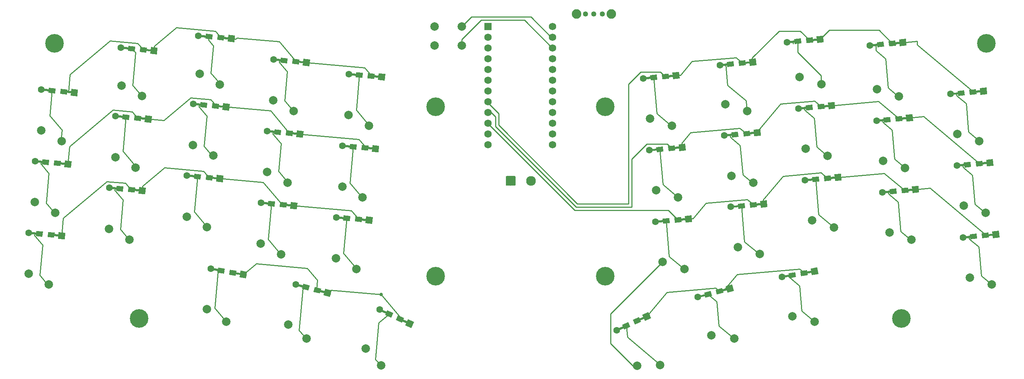
<source format=gbl>
G04 #@! TF.GenerationSoftware,KiCad,Pcbnew,(5.1.4-0)*
G04 #@! TF.CreationDate,2020-10-31T16:51:09+08:00*
G04 #@! TF.ProjectId,ahokore,61686f6b-6f72-4652-9e6b-696361645f70,rev?*
G04 #@! TF.SameCoordinates,Original*
G04 #@! TF.FileFunction,Copper,L2,Bot*
G04 #@! TF.FilePolarity,Positive*
%FSLAX46Y46*%
G04 Gerber Fmt 4.6, Leading zero omitted, Abs format (unit mm)*
G04 Created by KiCad (PCBNEW (5.1.4-0)) date 2020-10-31 16:51:09*
%MOMM*%
%LPD*%
G04 APERTURE LIST*
%ADD10C,4.400000*%
%ADD11C,2.000000*%
%ADD12C,1.600000*%
%ADD13C,0.100000*%
%ADD14C,0.500000*%
%ADD15C,1.200000*%
%ADD16C,1.752600*%
%ADD17R,1.752600X1.752600*%
%ADD18C,2.250000*%
%ADD19C,1.250000*%
%ADD20C,2.300000*%
%ADD21C,0.800000*%
%ADD22C,0.250000*%
G04 APERTURE END LIST*
D10*
X-19675000Y70550000D03*
X20325000Y70550000D03*
X20325000Y30550000D03*
X-19675000Y30550000D03*
X90325000Y20550000D03*
X-89675000Y20550000D03*
X-109675000Y85550000D03*
X110325000Y85550000D03*
D11*
X84523266Y74704606D03*
X89687267Y73048376D03*
D12*
X112605576Y40370072D03*
D13*
G36*
X111878345Y39503392D02*
G01*
X111738896Y41097303D01*
X113332807Y41236752D01*
X113472256Y39642841D01*
X111878345Y39503392D01*
X111878345Y39503392D01*
G37*
D12*
X104835258Y39690258D03*
D14*
X111210904Y40248054D03*
D13*
G36*
X109788211Y39872629D02*
G01*
X109744633Y40370727D01*
X112633597Y40623479D01*
X112677175Y40125381D01*
X109788211Y39872629D01*
X109788211Y39872629D01*
G37*
D15*
X110115090Y40152183D03*
D13*
G36*
X109370428Y39484742D02*
G01*
X109265841Y40680175D01*
X110859752Y40819624D01*
X110964339Y39624191D01*
X109370428Y39484742D01*
X109370428Y39484742D01*
G37*
D15*
X107325744Y39908147D03*
D13*
G36*
X106581082Y39240706D02*
G01*
X106476495Y40436139D01*
X108070406Y40575588D01*
X108174993Y39380155D01*
X106581082Y39240706D01*
X106581082Y39240706D01*
G37*
D14*
X106229930Y39812276D03*
D13*
G36*
X104807237Y39436851D02*
G01*
X104763659Y39934949D01*
X107652623Y40187701D01*
X107696201Y39689603D01*
X104807237Y39436851D01*
X104807237Y39436851D01*
G37*
D12*
X111180601Y57333293D03*
D13*
G36*
X110453370Y56466613D02*
G01*
X110313921Y58060524D01*
X111907832Y58199973D01*
X112047281Y56606062D01*
X110453370Y56466613D01*
X110453370Y56466613D01*
G37*
D12*
X103410283Y56653479D03*
D14*
X109785929Y57211275D03*
D13*
G36*
X108363236Y56835850D02*
G01*
X108319658Y57333948D01*
X111208622Y57586700D01*
X111252200Y57088602D01*
X108363236Y56835850D01*
X108363236Y56835850D01*
G37*
D15*
X108690115Y57115404D03*
D13*
G36*
X107945453Y56447963D02*
G01*
X107840866Y57643396D01*
X109434777Y57782845D01*
X109539364Y56587412D01*
X107945453Y56447963D01*
X107945453Y56447963D01*
G37*
D15*
X105900769Y56871368D03*
D13*
G36*
X105156107Y56203927D02*
G01*
X105051520Y57399360D01*
X106645431Y57538809D01*
X106750018Y56343376D01*
X105156107Y56203927D01*
X105156107Y56203927D01*
G37*
D14*
X104804955Y56775497D03*
D13*
G36*
X103382262Y56400072D02*
G01*
X103338684Y56898170D01*
X106227648Y57150922D01*
X106271226Y56652824D01*
X103382262Y56400072D01*
X103382262Y56400072D01*
G37*
D12*
X109670588Y74251683D03*
D13*
G36*
X108943357Y73385003D02*
G01*
X108803908Y74978914D01*
X110397819Y75118363D01*
X110537268Y73524452D01*
X108943357Y73385003D01*
X108943357Y73385003D01*
G37*
D12*
X101900270Y73571869D03*
D14*
X108275916Y74129665D03*
D13*
G36*
X106853223Y73754240D02*
G01*
X106809645Y74252338D01*
X109698609Y74505090D01*
X109742187Y74006992D01*
X106853223Y73754240D01*
X106853223Y73754240D01*
G37*
D15*
X107180102Y74033794D03*
D13*
G36*
X106435440Y73366353D02*
G01*
X106330853Y74561786D01*
X107924764Y74701235D01*
X108029351Y73505802D01*
X106435440Y73366353D01*
X106435440Y73366353D01*
G37*
D15*
X104390756Y73789758D03*
D13*
G36*
X103646094Y73122317D02*
G01*
X103541507Y74317750D01*
X105135418Y74457199D01*
X105240005Y73261766D01*
X103646094Y73122317D01*
X103646094Y73122317D01*
G37*
D14*
X103294942Y73693887D03*
D13*
G36*
X101872249Y73318462D02*
G01*
X101828671Y73816560D01*
X104717635Y74069312D01*
X104761213Y73571214D01*
X101872249Y73318462D01*
X101872249Y73318462D01*
G37*
D11*
X106484416Y30214351D03*
X111648417Y28558121D03*
X105002334Y47154640D03*
X110166335Y45498410D03*
X32409113Y50791563D03*
X37573114Y49135333D03*
X-59496809Y55118746D03*
X-54698863Y52590958D03*
X-77003865Y61539017D03*
X-72205919Y59011229D03*
X-95324955Y58654830D03*
X-90527009Y56127042D03*
X-114322374Y48040172D03*
X-109524428Y45512384D03*
X103520685Y64089953D03*
X108684686Y62433723D03*
X66203050Y77578832D03*
X71367051Y75922602D03*
X48695119Y71168522D03*
X53859120Y69512292D03*
X-40247509Y68612406D03*
X-35449563Y66084618D03*
X-58015161Y72054055D03*
X-53217215Y69526267D03*
X-75443089Y78344365D03*
X-70645143Y75816577D03*
X-93843307Y75590140D03*
X-89045361Y73062352D03*
X-112840727Y64975483D03*
X-108042781Y62447695D03*
D12*
X69762659Y31673384D03*
D13*
G36*
X69113731Y30746619D02*
G01*
X68835894Y32322312D01*
X70411587Y32600149D01*
X70689424Y31024456D01*
X69113731Y30746619D01*
X69113731Y30746619D01*
G37*
D12*
X62081159Y30318928D03*
D14*
X68383928Y31430276D03*
D13*
G36*
X66999369Y30932284D02*
G01*
X66912545Y31424688D01*
X69768487Y31928268D01*
X69855311Y31435864D01*
X66999369Y30932284D01*
X66999369Y30932284D01*
G37*
D15*
X67300640Y31239263D03*
D13*
G36*
X66616983Y30509460D02*
G01*
X66408605Y31691229D01*
X67984297Y31969066D01*
X68192675Y30787297D01*
X66616983Y30509460D01*
X66616983Y30509460D01*
G37*
D15*
X64543178Y30753049D03*
D13*
G36*
X63859521Y30023246D02*
G01*
X63651143Y31205015D01*
X65226835Y31482852D01*
X65435213Y30301083D01*
X63859521Y30023246D01*
X63859521Y30023246D01*
G37*
D14*
X63459890Y30562036D03*
D13*
G36*
X62075331Y30064044D02*
G01*
X61988507Y30556448D01*
X64844449Y31060028D01*
X64931273Y30567624D01*
X62075331Y30064044D01*
X62075331Y30064044D01*
G37*
D12*
X49754336Y27595015D03*
D13*
G36*
X49188651Y26615219D02*
G01*
X48774540Y28160700D01*
X50320021Y28574811D01*
X50734132Y27029330D01*
X49188651Y26615219D01*
X49188651Y26615219D01*
G37*
D12*
X42220114Y25576227D03*
D14*
X48402040Y27232669D03*
D13*
G36*
X47066152Y26615900D02*
G01*
X46936743Y27098863D01*
X49737928Y27849438D01*
X49867337Y27366475D01*
X47066152Y26615900D01*
X47066152Y26615900D01*
G37*
D15*
X47339521Y26947968D03*
D13*
G36*
X46722072Y26161357D02*
G01*
X46411489Y27320468D01*
X47956970Y27734579D01*
X48267553Y26575468D01*
X46722072Y26161357D01*
X46722072Y26161357D01*
G37*
D15*
X44634929Y26223274D03*
D13*
G36*
X44017480Y25436663D02*
G01*
X43706897Y26595774D01*
X45252378Y27009885D01*
X45562961Y25850774D01*
X44017480Y25436663D01*
X44017480Y25436663D01*
G37*
D14*
X43572410Y25938573D03*
D13*
G36*
X42236522Y25321804D02*
G01*
X42107113Y25804767D01*
X44908298Y26555342D01*
X45037707Y26072379D01*
X42236522Y25321804D01*
X42236522Y25321804D01*
G37*
D12*
X30136698Y20993322D03*
D13*
G36*
X29749746Y19930181D02*
G01*
X29073557Y21380274D01*
X30523650Y22056463D01*
X31199839Y20606370D01*
X29749746Y19930181D01*
X29749746Y19930181D01*
G37*
D12*
X23067498Y17696900D03*
D14*
X28867867Y20401657D03*
D13*
G36*
X27659375Y19562284D02*
G01*
X27448066Y20015437D01*
X30076359Y21241030D01*
X30287668Y20787877D01*
X27659375Y19562284D01*
X27659375Y19562284D01*
G37*
D15*
X27870929Y19936777D03*
D13*
G36*
X27399454Y19054898D02*
G01*
X26892312Y20142467D01*
X28342404Y20818656D01*
X28849546Y19731087D01*
X27399454Y19054898D01*
X27399454Y19054898D01*
G37*
D15*
X25333267Y18753445D03*
D13*
G36*
X24861792Y17871566D02*
G01*
X24354650Y18959135D01*
X25804742Y19635324D01*
X26311884Y18547755D01*
X24861792Y17871566D01*
X24861792Y17871566D01*
G37*
D14*
X24336329Y18288565D03*
D13*
G36*
X23127837Y17449192D02*
G01*
X22916528Y17902345D01*
X25544821Y19127938D01*
X25756130Y18674785D01*
X23127837Y17449192D01*
X23127837Y17449192D01*
G37*
D12*
X-25862333Y19324532D03*
D13*
G36*
X-26925474Y18937580D02*
G01*
X-26249285Y20387673D01*
X-24799192Y19711484D01*
X-25475381Y18261391D01*
X-26925474Y18937580D01*
X-26925474Y18937580D01*
G37*
D12*
X-32931533Y22620954D03*
D14*
X-27131164Y19916197D03*
D13*
G36*
X-28550965Y20302417D02*
G01*
X-28339656Y20755570D01*
X-25711363Y19529977D01*
X-25922672Y19076824D01*
X-28550965Y20302417D01*
X-28550965Y20302417D01*
G37*
D15*
X-28128102Y20381077D03*
D13*
G36*
X-29106719Y20175387D02*
G01*
X-28599577Y21262956D01*
X-27149485Y20586767D01*
X-27656627Y19499198D01*
X-29106719Y20175387D01*
X-29106719Y20175387D01*
G37*
D15*
X-30665764Y21564409D03*
D13*
G36*
X-31644381Y21358719D02*
G01*
X-31137239Y22446288D01*
X-29687147Y21770099D01*
X-30194289Y20682530D01*
X-31644381Y21358719D01*
X-31644381Y21358719D01*
G37*
D14*
X-31662702Y22029289D03*
D13*
G36*
X-33082503Y22415509D02*
G01*
X-32871194Y22868662D01*
X-30242901Y21643069D01*
X-30454210Y21189916D01*
X-33082503Y22415509D01*
X-33082503Y22415509D01*
G37*
D12*
X-45206618Y26548695D03*
D13*
G36*
X-46186414Y25983010D02*
G01*
X-45772303Y27528491D01*
X-44226822Y27114380D01*
X-44640933Y25568899D01*
X-46186414Y25983010D01*
X-46186414Y25983010D01*
G37*
D12*
X-52740840Y28567483D03*
D14*
X-46558914Y26911041D03*
D13*
G36*
X-48024211Y27044847D02*
G01*
X-47894802Y27527810D01*
X-45093617Y26777235D01*
X-45223026Y26294272D01*
X-48024211Y27044847D01*
X-48024211Y27044847D01*
G37*
D15*
X-47621433Y27195742D03*
D13*
G36*
X-48549465Y26823242D02*
G01*
X-48238882Y27982353D01*
X-46693401Y27568242D01*
X-47003984Y26409131D01*
X-48549465Y26823242D01*
X-48549465Y26823242D01*
G37*
D15*
X-50326025Y27920436D03*
D13*
G36*
X-51254057Y27547936D02*
G01*
X-50943474Y28707047D01*
X-49397993Y28292936D01*
X-49708576Y27133825D01*
X-51254057Y27547936D01*
X-51254057Y27547936D01*
G37*
D14*
X-51388544Y28205137D03*
D13*
G36*
X-52853841Y28338943D02*
G01*
X-52724432Y28821906D01*
X-49923247Y28071331D01*
X-50052656Y27588368D01*
X-52853841Y28338943D01*
X-52853841Y28338943D01*
G37*
D12*
X-65116683Y30900016D03*
D13*
G36*
X-66043448Y30251088D02*
G01*
X-65765611Y31826781D01*
X-64189918Y31548944D01*
X-64467755Y29973251D01*
X-66043448Y30251088D01*
X-66043448Y30251088D01*
G37*
D12*
X-72798183Y32254472D03*
D14*
X-66495414Y31143124D03*
D13*
G36*
X-67966797Y31148712D02*
G01*
X-67879973Y31641116D01*
X-65024031Y31137536D01*
X-65110855Y30645132D01*
X-67966797Y31148712D01*
X-67966797Y31148712D01*
G37*
D15*
X-67578702Y31334137D03*
D13*
G36*
X-68470737Y30882171D02*
G01*
X-68262359Y32063940D01*
X-66686667Y31786103D01*
X-66895045Y30604334D01*
X-68470737Y30882171D01*
X-68470737Y30882171D01*
G37*
D15*
X-70336164Y31820351D03*
D13*
G36*
X-71228199Y31368385D02*
G01*
X-71019821Y32550154D01*
X-69444129Y32272317D01*
X-69652507Y31090548D01*
X-71228199Y31368385D01*
X-71228199Y31368385D01*
G37*
D14*
X-71419452Y32011364D03*
D13*
G36*
X-72890835Y32016952D02*
G01*
X-72804011Y32509356D01*
X-69948069Y32005776D01*
X-70034893Y31513372D01*
X-72890835Y32016952D01*
X-72890835Y32016952D01*
G37*
D12*
X93605089Y51010684D03*
D13*
G36*
X92877858Y50144004D02*
G01*
X92738409Y51737915D01*
X94332320Y51877364D01*
X94471769Y50283453D01*
X92877858Y50144004D01*
X92877858Y50144004D01*
G37*
D12*
X85834771Y50330870D03*
D14*
X92210417Y50888666D03*
D13*
G36*
X90787724Y50513241D02*
G01*
X90744146Y51011339D01*
X93633110Y51264091D01*
X93676688Y50765993D01*
X90787724Y50513241D01*
X90787724Y50513241D01*
G37*
D15*
X91114603Y50792795D03*
D13*
G36*
X90369941Y50125354D02*
G01*
X90265354Y51320787D01*
X91859265Y51460236D01*
X91963852Y50264803D01*
X90369941Y50125354D01*
X90369941Y50125354D01*
G37*
D15*
X88325257Y50548759D03*
D13*
G36*
X87580595Y49881318D02*
G01*
X87476008Y51076751D01*
X89069919Y51216200D01*
X89174506Y50020767D01*
X87580595Y49881318D01*
X87580595Y49881318D01*
G37*
D14*
X87229443Y50452888D03*
D13*
G36*
X85806750Y50077463D02*
G01*
X85763172Y50575561D01*
X88652136Y50828313D01*
X88695714Y50330215D01*
X85806750Y50077463D01*
X85806750Y50077463D01*
G37*
D12*
X75319416Y53873165D03*
D13*
G36*
X74592185Y53006485D02*
G01*
X74452736Y54600396D01*
X76046647Y54739845D01*
X76186096Y53145934D01*
X74592185Y53006485D01*
X74592185Y53006485D01*
G37*
D12*
X67549098Y53193351D03*
D14*
X73924744Y53751147D03*
D13*
G36*
X72502051Y53375722D02*
G01*
X72458473Y53873820D01*
X75347437Y54126572D01*
X75391015Y53628474D01*
X72502051Y53375722D01*
X72502051Y53375722D01*
G37*
D15*
X72828930Y53655276D03*
D13*
G36*
X72084268Y52987835D02*
G01*
X71979681Y54183268D01*
X73573592Y54322717D01*
X73678179Y53127284D01*
X72084268Y52987835D01*
X72084268Y52987835D01*
G37*
D15*
X70039584Y53411240D03*
D13*
G36*
X69294922Y52743799D02*
G01*
X69190335Y53939232D01*
X70784246Y54078681D01*
X70888833Y52883248D01*
X69294922Y52743799D01*
X69294922Y52743799D01*
G37*
D14*
X68943770Y53315369D03*
D13*
G36*
X67521077Y52939944D02*
G01*
X67477499Y53438042D01*
X70366463Y53690794D01*
X70410041Y53192696D01*
X67521077Y52939944D01*
X67521077Y52939944D01*
G37*
D12*
X57788761Y47576701D03*
D13*
G36*
X57061530Y46710021D02*
G01*
X56922081Y48303932D01*
X58515992Y48443381D01*
X58655441Y46849470D01*
X57061530Y46710021D01*
X57061530Y46710021D01*
G37*
D12*
X50018443Y46896887D03*
D14*
X56394089Y47454683D03*
D13*
G36*
X54971396Y47079258D02*
G01*
X54927818Y47577356D01*
X57816782Y47830108D01*
X57860360Y47332010D01*
X54971396Y47079258D01*
X54971396Y47079258D01*
G37*
D15*
X55298275Y47358812D03*
D13*
G36*
X54553613Y46691371D02*
G01*
X54449026Y47886804D01*
X56042937Y48026253D01*
X56147524Y46830820D01*
X54553613Y46691371D01*
X54553613Y46691371D01*
G37*
D15*
X52508929Y47114776D03*
D13*
G36*
X51764267Y46447335D02*
G01*
X51659680Y47642768D01*
X53253591Y47782217D01*
X53358178Y46586784D01*
X51764267Y46447335D01*
X51764267Y46447335D01*
G37*
D14*
X51413115Y47018905D03*
D13*
G36*
X49990422Y46643480D02*
G01*
X49946844Y47141578D01*
X52835808Y47394330D01*
X52879386Y46896232D01*
X49990422Y46643480D01*
X49990422Y46643480D01*
G37*
D12*
X40011089Y44048089D03*
D13*
G36*
X39283858Y43181409D02*
G01*
X39144409Y44775320D01*
X40738320Y44914769D01*
X40877769Y43320858D01*
X39283858Y43181409D01*
X39283858Y43181409D01*
G37*
D12*
X32240771Y43368275D03*
D14*
X38616417Y43926071D03*
D13*
G36*
X37193724Y43550646D02*
G01*
X37150146Y44048744D01*
X40039110Y44301496D01*
X40082688Y43803398D01*
X37193724Y43550646D01*
X37193724Y43550646D01*
G37*
D15*
X37520603Y43830200D03*
D13*
G36*
X36775941Y43162759D02*
G01*
X36671354Y44358192D01*
X38265265Y44497641D01*
X38369852Y43302208D01*
X36775941Y43162759D01*
X36775941Y43162759D01*
G37*
D15*
X34731257Y43586164D03*
D13*
G36*
X33986595Y42918723D02*
G01*
X33882008Y44114156D01*
X35475919Y44253605D01*
X35580506Y43058172D01*
X33986595Y42918723D01*
X33986595Y42918723D01*
G37*
D14*
X33635443Y43490293D03*
D13*
G36*
X32212750Y43114868D02*
G01*
X32169172Y43612966D01*
X35058136Y43865718D01*
X35101714Y43367620D01*
X32212750Y43114868D01*
X32212750Y43114868D01*
G37*
D12*
X-35415446Y43741854D03*
D13*
G36*
X-36282126Y43014623D02*
G01*
X-36142677Y44608534D01*
X-34548766Y44469085D01*
X-34688215Y42875174D01*
X-36282126Y43014623D01*
X-36282126Y43014623D01*
G37*
D12*
X-43185764Y44421668D03*
D14*
X-36810118Y43863872D03*
D13*
G36*
X-38276389Y43741199D02*
G01*
X-38232811Y44239297D01*
X-35343847Y43986545D01*
X-35387425Y43488447D01*
X-38276389Y43741199D01*
X-38276389Y43741199D01*
G37*
D15*
X-37905932Y43959743D03*
D13*
G36*
X-38755181Y43431751D02*
G01*
X-38650594Y44627184D01*
X-37056683Y44487735D01*
X-37161270Y43292302D01*
X-38755181Y43431751D01*
X-38755181Y43431751D01*
G37*
D15*
X-40695278Y44203779D03*
D13*
G36*
X-41544527Y43675787D02*
G01*
X-41439940Y44871220D01*
X-39846029Y44731771D01*
X-39950616Y43536338D01*
X-41544527Y43675787D01*
X-41544527Y43675787D01*
G37*
D14*
X-41791092Y44299650D03*
D13*
G36*
X-43257363Y44176977D02*
G01*
X-43213785Y44675075D01*
X-40324821Y44422323D01*
X-40368399Y43924225D01*
X-43257363Y44176977D01*
X-43257363Y44176977D01*
G37*
D12*
X-53197774Y47175835D03*
D13*
G36*
X-54064454Y46448604D02*
G01*
X-53925005Y48042515D01*
X-52331094Y47903066D01*
X-52470543Y46309155D01*
X-54064454Y46448604D01*
X-54064454Y46448604D01*
G37*
D12*
X-60968092Y47855649D03*
D14*
X-54592446Y47297853D03*
D13*
G36*
X-56058717Y47175180D02*
G01*
X-56015139Y47673278D01*
X-53126175Y47420526D01*
X-53169753Y46922428D01*
X-56058717Y47175180D01*
X-56058717Y47175180D01*
G37*
D15*
X-55688260Y47393724D03*
D13*
G36*
X-56537509Y46865732D02*
G01*
X-56432922Y48061165D01*
X-54839011Y47921716D01*
X-54943598Y46726283D01*
X-56537509Y46865732D01*
X-56537509Y46865732D01*
G37*
D15*
X-58477606Y47637760D03*
D13*
G36*
X-59326855Y47109768D02*
G01*
X-59222268Y48305201D01*
X-57628357Y48165752D01*
X-57732944Y46970319D01*
X-59326855Y47109768D01*
X-59326855Y47109768D01*
G37*
D14*
X-59573420Y47733631D03*
D13*
G36*
X-61039691Y47610958D02*
G01*
X-60996113Y48109056D01*
X-58107149Y47856304D01*
X-58150727Y47358206D01*
X-61039691Y47610958D01*
X-61039691Y47610958D01*
G37*
D12*
X-70657946Y53584354D03*
D13*
G36*
X-71524626Y52857123D02*
G01*
X-71385177Y54451034D01*
X-69791266Y54311585D01*
X-69930715Y52717674D01*
X-71524626Y52857123D01*
X-71524626Y52857123D01*
G37*
D12*
X-78428264Y54264168D03*
D14*
X-72052618Y53706372D03*
D13*
G36*
X-73518889Y53583699D02*
G01*
X-73475311Y54081797D01*
X-70586347Y53829045D01*
X-70629925Y53330947D01*
X-73518889Y53583699D01*
X-73518889Y53583699D01*
G37*
D15*
X-73148432Y53802243D03*
D13*
G36*
X-73997681Y53274251D02*
G01*
X-73893094Y54469684D01*
X-72299183Y54330235D01*
X-72403770Y53134802D01*
X-73997681Y53274251D01*
X-73997681Y53274251D01*
G37*
D15*
X-75937778Y54046279D03*
D13*
G36*
X-76787027Y53518287D02*
G01*
X-76682440Y54713720D01*
X-75088529Y54574271D01*
X-75193116Y53378838D01*
X-76787027Y53518287D01*
X-76787027Y53518287D01*
G37*
D14*
X-77033592Y54142150D03*
D13*
G36*
X-78499863Y54019477D02*
G01*
X-78456285Y54517575D01*
X-75567321Y54264823D01*
X-75610899Y53766725D01*
X-78499863Y54019477D01*
X-78499863Y54019477D01*
G37*
D12*
X-89011773Y50731836D03*
D13*
G36*
X-89878453Y50004605D02*
G01*
X-89739004Y51598516D01*
X-88145093Y51459067D01*
X-88284542Y49865156D01*
X-89878453Y50004605D01*
X-89878453Y50004605D01*
G37*
D12*
X-96782091Y51411650D03*
D14*
X-90406445Y50853854D03*
D13*
G36*
X-91872716Y50731181D02*
G01*
X-91829138Y51229279D01*
X-88940174Y50976527D01*
X-88983752Y50478429D01*
X-91872716Y50731181D01*
X-91872716Y50731181D01*
G37*
D15*
X-91502259Y50949725D03*
D13*
G36*
X-92351508Y50421733D02*
G01*
X-92246921Y51617166D01*
X-90653010Y51477717D01*
X-90757597Y50282284D01*
X-92351508Y50421733D01*
X-92351508Y50421733D01*
G37*
D15*
X-94291605Y51193761D03*
D13*
G36*
X-95140854Y50665769D02*
G01*
X-95036267Y51861202D01*
X-93442356Y51721753D01*
X-93546943Y50526320D01*
X-95140854Y50665769D01*
X-95140854Y50665769D01*
G37*
D14*
X-95387419Y51289632D03*
D13*
G36*
X-96853690Y51166959D02*
G01*
X-96810112Y51665057D01*
X-93921148Y51412305D01*
X-93964726Y50914207D01*
X-96853690Y51166959D01*
X-96853690Y51166959D01*
G37*
D12*
X-107998273Y40063836D03*
D13*
G36*
X-108864953Y39336605D02*
G01*
X-108725504Y40930516D01*
X-107131593Y40791067D01*
X-107271042Y39197156D01*
X-108864953Y39336605D01*
X-108864953Y39336605D01*
G37*
D12*
X-115768591Y40743650D03*
D14*
X-109392945Y40185854D03*
D13*
G36*
X-110859216Y40063181D02*
G01*
X-110815638Y40561279D01*
X-107926674Y40308527D01*
X-107970252Y39810429D01*
X-110859216Y40063181D01*
X-110859216Y40063181D01*
G37*
D15*
X-110488759Y40281725D03*
D13*
G36*
X-111338008Y39753733D02*
G01*
X-111233421Y40949166D01*
X-109639510Y40809717D01*
X-109744097Y39614284D01*
X-111338008Y39753733D01*
X-111338008Y39753733D01*
G37*
D15*
X-113278105Y40525761D03*
D13*
G36*
X-114127354Y39997769D02*
G01*
X-114022767Y41193202D01*
X-112428856Y41053753D01*
X-112533443Y39858320D01*
X-114127354Y39997769D01*
X-114127354Y39997769D01*
G37*
D14*
X-114373919Y40621632D03*
D13*
G36*
X-115840190Y40498959D02*
G01*
X-115796612Y40997057D01*
X-112907648Y40744305D01*
X-112951226Y40246207D01*
X-115840190Y40498959D01*
X-115840190Y40498959D01*
G37*
D12*
X92194102Y67937794D03*
D13*
G36*
X91466871Y67071114D02*
G01*
X91327422Y68665025D01*
X92921333Y68804474D01*
X93060782Y67210563D01*
X91466871Y67071114D01*
X91466871Y67071114D01*
G37*
D12*
X84423784Y67257980D03*
D14*
X90799430Y67815776D03*
D13*
G36*
X89376737Y67440351D02*
G01*
X89333159Y67938449D01*
X92222123Y68191201D01*
X92265701Y67693103D01*
X89376737Y67440351D01*
X89376737Y67440351D01*
G37*
D15*
X89703616Y67719905D03*
D13*
G36*
X88958954Y67052464D02*
G01*
X88854367Y68247897D01*
X90448278Y68387346D01*
X90552865Y67191913D01*
X88958954Y67052464D01*
X88958954Y67052464D01*
G37*
D15*
X86914270Y67475869D03*
D13*
G36*
X86169608Y66808428D02*
G01*
X86065021Y68003861D01*
X87658932Y68143310D01*
X87763519Y66947877D01*
X86169608Y66808428D01*
X86169608Y66808428D01*
G37*
D14*
X85818456Y67379998D03*
D13*
G36*
X84395763Y67004573D02*
G01*
X84352185Y67502671D01*
X87241149Y67755423D01*
X87284727Y67257325D01*
X84395763Y67004573D01*
X84395763Y67004573D01*
G37*
D12*
X73793089Y70822683D03*
D13*
G36*
X73065858Y69956003D02*
G01*
X72926409Y71549914D01*
X74520320Y71689363D01*
X74659769Y70095452D01*
X73065858Y69956003D01*
X73065858Y69956003D01*
G37*
D12*
X66022771Y70142869D03*
D14*
X72398417Y70700665D03*
D13*
G36*
X70975724Y70325240D02*
G01*
X70932146Y70823338D01*
X73821110Y71076090D01*
X73864688Y70577992D01*
X70975724Y70325240D01*
X70975724Y70325240D01*
G37*
D15*
X71302603Y70604794D03*
D13*
G36*
X70557941Y69937353D02*
G01*
X70453354Y71132786D01*
X72047265Y71272235D01*
X72151852Y70076802D01*
X70557941Y69937353D01*
X70557941Y69937353D01*
G37*
D15*
X68513257Y70360758D03*
D13*
G36*
X67768595Y69693317D02*
G01*
X67664008Y70888750D01*
X69257919Y71028199D01*
X69362506Y69832766D01*
X67768595Y69693317D01*
X67768595Y69693317D01*
G37*
D14*
X67417443Y70264887D03*
D13*
G36*
X65994750Y69889462D02*
G01*
X65951172Y70387560D01*
X68840136Y70640312D01*
X68883714Y70142214D01*
X65994750Y69889462D01*
X65994750Y69889462D01*
G37*
D12*
X56253102Y64445294D03*
D13*
G36*
X55525871Y63578614D02*
G01*
X55386422Y65172525D01*
X56980333Y65311974D01*
X57119782Y63718063D01*
X55525871Y63578614D01*
X55525871Y63578614D01*
G37*
D12*
X48482784Y63765480D03*
D14*
X54858430Y64323276D03*
D13*
G36*
X53435737Y63947851D02*
G01*
X53392159Y64445949D01*
X56281123Y64698701D01*
X56324701Y64200603D01*
X53435737Y63947851D01*
X53435737Y63947851D01*
G37*
D15*
X53762616Y64227405D03*
D13*
G36*
X53017954Y63559964D02*
G01*
X52913367Y64755397D01*
X54507278Y64894846D01*
X54611865Y63699413D01*
X53017954Y63559964D01*
X53017954Y63559964D01*
G37*
D15*
X50973270Y63983369D03*
D13*
G36*
X50228608Y63315928D02*
G01*
X50124021Y64511361D01*
X51717932Y64650810D01*
X51822519Y63455377D01*
X50228608Y63315928D01*
X50228608Y63315928D01*
G37*
D14*
X49877456Y63887498D03*
D13*
G36*
X48454763Y63512073D02*
G01*
X48411185Y64010171D01*
X51300149Y64262923D01*
X51343727Y63764825D01*
X48454763Y63512073D01*
X48454763Y63512073D01*
G37*
D12*
X38536602Y60952794D03*
D13*
G36*
X37809371Y60086114D02*
G01*
X37669922Y61680025D01*
X39263833Y61819474D01*
X39403282Y60225563D01*
X37809371Y60086114D01*
X37809371Y60086114D01*
G37*
D12*
X30766284Y60272980D03*
D14*
X37141930Y60830776D03*
D13*
G36*
X35719237Y60455351D02*
G01*
X35675659Y60953449D01*
X38564623Y61206201D01*
X38608201Y60708103D01*
X35719237Y60455351D01*
X35719237Y60455351D01*
G37*
D15*
X36046116Y60734905D03*
D13*
G36*
X35301454Y60067464D02*
G01*
X35196867Y61262897D01*
X36790778Y61402346D01*
X36895365Y60206913D01*
X35301454Y60067464D01*
X35301454Y60067464D01*
G37*
D15*
X33256770Y60490869D03*
D13*
G36*
X32512108Y59823428D02*
G01*
X32407521Y61018861D01*
X34001432Y61158310D01*
X34106019Y59962877D01*
X32512108Y59823428D01*
X32512108Y59823428D01*
G37*
D14*
X32160956Y60394998D03*
D13*
G36*
X30738263Y60019573D02*
G01*
X30694685Y60517671D01*
X33583649Y60770423D01*
X33627227Y60272325D01*
X30738263Y60019573D01*
X30738263Y60019573D01*
G37*
D12*
X-33896101Y60642818D03*
D13*
G36*
X-34762781Y59915587D02*
G01*
X-34623332Y61509498D01*
X-33029421Y61370049D01*
X-33168870Y59776138D01*
X-34762781Y59915587D01*
X-34762781Y59915587D01*
G37*
D12*
X-41666419Y61322632D03*
D14*
X-35290773Y60764836D03*
D13*
G36*
X-36757044Y60642163D02*
G01*
X-36713466Y61140261D01*
X-33824502Y60887509D01*
X-33868080Y60389411D01*
X-36757044Y60642163D01*
X-36757044Y60642163D01*
G37*
D15*
X-36386587Y60860707D03*
D13*
G36*
X-37235836Y60332715D02*
G01*
X-37131249Y61528148D01*
X-35537338Y61388699D01*
X-35641925Y60193266D01*
X-37235836Y60332715D01*
X-37235836Y60332715D01*
G37*
D15*
X-39175933Y61104743D03*
D13*
G36*
X-40025182Y60576751D02*
G01*
X-39920595Y61772184D01*
X-38326684Y61632735D01*
X-38431271Y60437302D01*
X-40025182Y60576751D01*
X-40025182Y60576751D01*
G37*
D14*
X-40271747Y61200614D03*
D13*
G36*
X-41738018Y61077941D02*
G01*
X-41694440Y61576039D01*
X-38805476Y61323287D01*
X-38849054Y60825189D01*
X-41738018Y61077941D01*
X-41738018Y61077941D01*
G37*
D12*
X-51723287Y64102947D03*
D13*
G36*
X-52589967Y63375716D02*
G01*
X-52450518Y64969627D01*
X-50856607Y64830178D01*
X-50996056Y63236267D01*
X-52589967Y63375716D01*
X-52589967Y63375716D01*
G37*
D12*
X-59493605Y64782761D03*
D14*
X-53117959Y64224965D03*
D13*
G36*
X-54584230Y64102292D02*
G01*
X-54540652Y64600390D01*
X-51651688Y64347638D01*
X-51695266Y63849540D01*
X-54584230Y64102292D01*
X-54584230Y64102292D01*
G37*
D15*
X-54213773Y64320836D03*
D13*
G36*
X-55063022Y63792844D02*
G01*
X-54958435Y64988277D01*
X-53364524Y64848828D01*
X-53469111Y63653395D01*
X-55063022Y63792844D01*
X-55063022Y63792844D01*
G37*
D15*
X-57003119Y64564872D03*
D13*
G36*
X-57852368Y64036880D02*
G01*
X-57747781Y65232313D01*
X-56153870Y65092864D01*
X-56258457Y63897431D01*
X-57852368Y64036880D01*
X-57852368Y64036880D01*
G37*
D14*
X-58098933Y64660743D03*
D13*
G36*
X-59565204Y64538070D02*
G01*
X-59521626Y65036168D01*
X-56632662Y64783416D01*
X-56676240Y64285318D01*
X-59565204Y64538070D01*
X-59565204Y64538070D01*
G37*
D12*
X-69188115Y70521430D03*
D13*
G36*
X-70054795Y69794199D02*
G01*
X-69915346Y71388110D01*
X-68321435Y71248661D01*
X-68460884Y69654750D01*
X-70054795Y69794199D01*
X-70054795Y69794199D01*
G37*
D12*
X-76958433Y71201244D03*
D14*
X-70582787Y70643448D03*
D13*
G36*
X-72049058Y70520775D02*
G01*
X-72005480Y71018873D01*
X-69116516Y70766121D01*
X-69160094Y70268023D01*
X-72049058Y70520775D01*
X-72049058Y70520775D01*
G37*
D15*
X-71678601Y70739319D03*
D13*
G36*
X-72527850Y70211327D02*
G01*
X-72423263Y71406760D01*
X-70829352Y71267311D01*
X-70933939Y70071878D01*
X-72527850Y70211327D01*
X-72527850Y70211327D01*
G37*
D15*
X-74467947Y70983355D03*
D13*
G36*
X-75317196Y70455363D02*
G01*
X-75212609Y71650796D01*
X-73618698Y71511347D01*
X-73723285Y70315914D01*
X-75317196Y70455363D01*
X-75317196Y70455363D01*
G37*
D14*
X-75563761Y71079226D03*
D13*
G36*
X-77030032Y70956553D02*
G01*
X-76986454Y71454651D01*
X-74097490Y71201899D01*
X-74141068Y70703801D01*
X-77030032Y70956553D01*
X-77030032Y70956553D01*
G37*
D12*
X-87565260Y67650226D03*
D13*
G36*
X-88431940Y66922995D02*
G01*
X-88292491Y68516906D01*
X-86698580Y68377457D01*
X-86838029Y66783546D01*
X-88431940Y66922995D01*
X-88431940Y66922995D01*
G37*
D12*
X-95335578Y68330040D03*
D14*
X-88959932Y67772244D03*
D13*
G36*
X-90426203Y67649571D02*
G01*
X-90382625Y68147669D01*
X-87493661Y67894917D01*
X-87537239Y67396819D01*
X-90426203Y67649571D01*
X-90426203Y67649571D01*
G37*
D15*
X-90055746Y67868115D03*
D13*
G36*
X-90904995Y67340123D02*
G01*
X-90800408Y68535556D01*
X-89206497Y68396107D01*
X-89311084Y67200674D01*
X-90904995Y67340123D01*
X-90904995Y67340123D01*
G37*
D15*
X-92845092Y68112151D03*
D13*
G36*
X-93694341Y67584159D02*
G01*
X-93589754Y68779592D01*
X-91995843Y68640143D01*
X-92100430Y67444710D01*
X-93694341Y67584159D01*
X-93694341Y67584159D01*
G37*
D14*
X-93940906Y68208022D03*
D13*
G36*
X-95407177Y68085349D02*
G01*
X-95363599Y68583447D01*
X-92474635Y68330695D01*
X-92518213Y67832597D01*
X-95407177Y68085349D01*
X-95407177Y68085349D01*
G37*
D12*
X-106526115Y56995929D03*
D13*
G36*
X-107392795Y56268698D02*
G01*
X-107253346Y57862609D01*
X-105659435Y57723160D01*
X-105798884Y56129249D01*
X-107392795Y56268698D01*
X-107392795Y56268698D01*
G37*
D12*
X-114296433Y57675743D03*
D14*
X-107920787Y57117947D03*
D13*
G36*
X-109387058Y56995274D02*
G01*
X-109343480Y57493372D01*
X-106454516Y57240620D01*
X-106498094Y56742522D01*
X-109387058Y56995274D01*
X-109387058Y56995274D01*
G37*
D15*
X-109016601Y57213818D03*
D13*
G36*
X-109865850Y56685826D02*
G01*
X-109761263Y57881259D01*
X-108167352Y57741810D01*
X-108271939Y56546377D01*
X-109865850Y56685826D01*
X-109865850Y56685826D01*
G37*
D15*
X-111805947Y57457854D03*
D13*
G36*
X-112655196Y56929862D02*
G01*
X-112550609Y58125295D01*
X-110956698Y57985846D01*
X-111061285Y56790413D01*
X-112655196Y56929862D01*
X-112655196Y56929862D01*
G37*
D14*
X-112901761Y57553725D03*
D13*
G36*
X-114368032Y57431052D02*
G01*
X-114324454Y57929150D01*
X-111435490Y57676398D01*
X-111479068Y57178300D01*
X-114368032Y57431052D01*
X-114368032Y57431052D01*
G37*
D12*
X90620589Y85739683D03*
D13*
G36*
X89893358Y84873003D02*
G01*
X89753909Y86466914D01*
X91347820Y86606363D01*
X91487269Y85012452D01*
X89893358Y84873003D01*
X89893358Y84873003D01*
G37*
D12*
X82850271Y85059869D03*
D14*
X89225917Y85617665D03*
D13*
G36*
X87803224Y85242240D02*
G01*
X87759646Y85740338D01*
X90648610Y85993090D01*
X90692188Y85494992D01*
X87803224Y85242240D01*
X87803224Y85242240D01*
G37*
D15*
X88130103Y85521794D03*
D13*
G36*
X87385441Y84854353D02*
G01*
X87280854Y86049786D01*
X88874765Y86189235D01*
X88979352Y84993802D01*
X87385441Y84854353D01*
X87385441Y84854353D01*
G37*
D15*
X85340757Y85277758D03*
D13*
G36*
X84596095Y84610317D02*
G01*
X84491508Y85805750D01*
X86085419Y85945199D01*
X86190006Y84749766D01*
X84596095Y84610317D01*
X84596095Y84610317D01*
G37*
D14*
X84244943Y85181887D03*
D13*
G36*
X82822250Y84806462D02*
G01*
X82778672Y85304560D01*
X85667636Y85557312D01*
X85711214Y85059214D01*
X82822250Y84806462D01*
X82822250Y84806462D01*
G37*
D12*
X71080261Y86492200D03*
D13*
G36*
X70353030Y85625520D02*
G01*
X70213581Y87219431D01*
X71807492Y87358880D01*
X71946941Y85764969D01*
X70353030Y85625520D01*
X70353030Y85625520D01*
G37*
D12*
X63309943Y85812386D03*
D14*
X69685589Y86370182D03*
D13*
G36*
X68262896Y85994757D02*
G01*
X68219318Y86492855D01*
X71108282Y86745607D01*
X71151860Y86247509D01*
X68262896Y85994757D01*
X68262896Y85994757D01*
G37*
D15*
X68589775Y86274311D03*
D13*
G36*
X67845113Y85606870D02*
G01*
X67740526Y86802303D01*
X69334437Y86941752D01*
X69439024Y85746319D01*
X67845113Y85606870D01*
X67845113Y85606870D01*
G37*
D15*
X65800429Y86030275D03*
D13*
G36*
X65055767Y85362834D02*
G01*
X64951180Y86558267D01*
X66545091Y86697716D01*
X66649678Y85502283D01*
X65055767Y85362834D01*
X65055767Y85362834D01*
G37*
D14*
X64704615Y85934404D03*
D13*
G36*
X63281922Y85558979D02*
G01*
X63238344Y86057077D01*
X66127308Y86309829D01*
X66170886Y85811731D01*
X63281922Y85558979D01*
X63281922Y85558979D01*
G37*
D12*
X55194808Y81093012D03*
D13*
G36*
X54467577Y80226332D02*
G01*
X54328128Y81820243D01*
X55922039Y81959692D01*
X56061488Y80365781D01*
X54467577Y80226332D01*
X54467577Y80226332D01*
G37*
D12*
X47424490Y80413198D03*
D14*
X53800136Y80970994D03*
D13*
G36*
X52377443Y80595569D02*
G01*
X52333865Y81093667D01*
X55222829Y81346419D01*
X55266407Y80848321D01*
X52377443Y80595569D01*
X52377443Y80595569D01*
G37*
D15*
X52704322Y80875123D03*
D13*
G36*
X51959660Y80207682D02*
G01*
X51855073Y81403115D01*
X53448984Y81542564D01*
X53553571Y80347131D01*
X51959660Y80207682D01*
X51959660Y80207682D01*
G37*
D15*
X49914976Y80631087D03*
D13*
G36*
X49170314Y79963646D02*
G01*
X49065727Y81159079D01*
X50659638Y81298528D01*
X50764225Y80103095D01*
X49170314Y79963646D01*
X49170314Y79963646D01*
G37*
D14*
X48819162Y80535216D03*
D13*
G36*
X47396469Y80159791D02*
G01*
X47352891Y80657889D01*
X50241855Y80910641D01*
X50285433Y80412543D01*
X47396469Y80159791D01*
X47396469Y80159791D01*
G37*
D12*
X37092416Y77939665D03*
D13*
G36*
X36365185Y77072985D02*
G01*
X36225736Y78666896D01*
X37819647Y78806345D01*
X37959096Y77212434D01*
X36365185Y77072985D01*
X36365185Y77072985D01*
G37*
D12*
X29322098Y77259851D03*
D14*
X35697744Y77817647D03*
D13*
G36*
X34275051Y77442222D02*
G01*
X34231473Y77940320D01*
X37120437Y78193072D01*
X37164015Y77694974D01*
X34275051Y77442222D01*
X34275051Y77442222D01*
G37*
D15*
X34601930Y77721776D03*
D13*
G36*
X33857268Y77054335D02*
G01*
X33752681Y78249768D01*
X35346592Y78389217D01*
X35451179Y77193784D01*
X33857268Y77054335D01*
X33857268Y77054335D01*
G37*
D15*
X31812584Y77477740D03*
D13*
G36*
X31067922Y76810299D02*
G01*
X30963335Y78005732D01*
X32557246Y78145181D01*
X32661833Y76949748D01*
X31067922Y76810299D01*
X31067922Y76810299D01*
G37*
D14*
X30716770Y77381869D03*
D13*
G36*
X29294077Y77006444D02*
G01*
X29250499Y77504542D01*
X32139463Y77757294D01*
X32183041Y77259196D01*
X29294077Y77006444D01*
X29294077Y77006444D01*
G37*
D12*
X-32435601Y77597318D03*
D13*
G36*
X-33302281Y76870087D02*
G01*
X-33162832Y78463998D01*
X-31568921Y78324549D01*
X-31708370Y76730638D01*
X-33302281Y76870087D01*
X-33302281Y76870087D01*
G37*
D12*
X-40205919Y78277132D03*
D14*
X-33830273Y77719336D03*
D13*
G36*
X-35296544Y77596663D02*
G01*
X-35252966Y78094761D01*
X-32364002Y77842009D01*
X-32407580Y77343911D01*
X-35296544Y77596663D01*
X-35296544Y77596663D01*
G37*
D15*
X-34926087Y77815207D03*
D13*
G36*
X-35775336Y77287215D02*
G01*
X-35670749Y78482648D01*
X-34076838Y78343199D01*
X-34181425Y77147766D01*
X-35775336Y77287215D01*
X-35775336Y77287215D01*
G37*
D15*
X-37715433Y78059243D03*
D13*
G36*
X-38564682Y77531251D02*
G01*
X-38460095Y78726684D01*
X-36866184Y78587235D01*
X-36970771Y77391802D01*
X-38564682Y77531251D01*
X-38564682Y77531251D01*
G37*
D14*
X-38811247Y78155114D03*
D13*
G36*
X-40277518Y78032441D02*
G01*
X-40233940Y78530539D01*
X-37344976Y78277787D01*
X-37388554Y77779689D01*
X-40277518Y78032441D01*
X-40277518Y78032441D01*
G37*
D12*
X-50210947Y81016354D03*
D13*
G36*
X-51077627Y80289123D02*
G01*
X-50938178Y81883034D01*
X-49344267Y81743585D01*
X-49483716Y80149674D01*
X-51077627Y80289123D01*
X-51077627Y80289123D01*
G37*
D12*
X-57981265Y81696168D03*
D14*
X-51605619Y81138372D03*
D13*
G36*
X-53071890Y81015699D02*
G01*
X-53028312Y81513797D01*
X-50139348Y81261045D01*
X-50182926Y80762947D01*
X-53071890Y81015699D01*
X-53071890Y81015699D01*
G37*
D15*
X-52701433Y81234243D03*
D13*
G36*
X-53550682Y80706251D02*
G01*
X-53446095Y81901684D01*
X-51852184Y81762235D01*
X-51956771Y80566802D01*
X-53550682Y80706251D01*
X-53550682Y80706251D01*
G37*
D15*
X-55490779Y81478279D03*
D13*
G36*
X-56340028Y80950287D02*
G01*
X-56235441Y82145720D01*
X-54641530Y82006271D01*
X-54746117Y80810838D01*
X-56340028Y80950287D01*
X-56340028Y80950287D01*
G37*
D14*
X-56586593Y81574150D03*
D13*
G36*
X-58052864Y81451477D02*
G01*
X-58009286Y81949575D01*
X-55120322Y81696823D01*
X-55163900Y81198725D01*
X-58052864Y81451477D01*
X-58052864Y81451477D01*
G37*
D12*
X-67943615Y86669429D03*
D13*
G36*
X-68810295Y85942198D02*
G01*
X-68670846Y87536109D01*
X-67076935Y87396660D01*
X-67216384Y85802749D01*
X-68810295Y85942198D01*
X-68810295Y85942198D01*
G37*
D12*
X-75713933Y87349243D03*
D14*
X-69338287Y86791447D03*
D13*
G36*
X-70804558Y86668774D02*
G01*
X-70760980Y87166872D01*
X-67872016Y86914120D01*
X-67915594Y86416022D01*
X-70804558Y86668774D01*
X-70804558Y86668774D01*
G37*
D15*
X-70434101Y86887318D03*
D13*
G36*
X-71283350Y86359326D02*
G01*
X-71178763Y87554759D01*
X-69584852Y87415310D01*
X-69689439Y86219877D01*
X-71283350Y86359326D01*
X-71283350Y86359326D01*
G37*
D15*
X-73223447Y87131354D03*
D13*
G36*
X-74072696Y86603362D02*
G01*
X-73968109Y87798795D01*
X-72374198Y87659346D01*
X-72478785Y86463913D01*
X-74072696Y86603362D01*
X-74072696Y86603362D01*
G37*
D14*
X-74319261Y87227225D03*
D13*
G36*
X-75785532Y87104552D02*
G01*
X-75741954Y87602650D01*
X-72852990Y87349898D01*
X-72896568Y86851800D01*
X-75785532Y87104552D01*
X-75785532Y87104552D01*
G37*
D12*
X-86231615Y83811929D03*
D13*
G36*
X-87098295Y83084698D02*
G01*
X-86958846Y84678609D01*
X-85364935Y84539160D01*
X-85504384Y82945249D01*
X-87098295Y83084698D01*
X-87098295Y83084698D01*
G37*
D12*
X-94001933Y84491743D03*
D14*
X-87626287Y83933947D03*
D13*
G36*
X-89092558Y83811274D02*
G01*
X-89048980Y84309372D01*
X-86160016Y84056620D01*
X-86203594Y83558522D01*
X-89092558Y83811274D01*
X-89092558Y83811274D01*
G37*
D15*
X-88722101Y84029818D03*
D13*
G36*
X-89571350Y83501826D02*
G01*
X-89466763Y84697259D01*
X-87872852Y84557810D01*
X-87977439Y83362377D01*
X-89571350Y83501826D01*
X-89571350Y83501826D01*
G37*
D15*
X-91511447Y84273854D03*
D13*
G36*
X-92360696Y83745862D02*
G01*
X-92256109Y84941295D01*
X-90662198Y84801846D01*
X-90766785Y83606413D01*
X-92360696Y83745862D01*
X-92360696Y83745862D01*
G37*
D14*
X-92607261Y84369725D03*
D13*
G36*
X-94073532Y84247052D02*
G01*
X-94029954Y84745150D01*
X-91140990Y84492398D01*
X-91184568Y83994300D01*
X-94073532Y84247052D01*
X-94073532Y84247052D01*
G37*
D12*
X-105016100Y73914318D03*
D13*
G36*
X-105882780Y73187087D02*
G01*
X-105743331Y74780998D01*
X-104149420Y74641549D01*
X-104288869Y73047638D01*
X-105882780Y73187087D01*
X-105882780Y73187087D01*
G37*
D12*
X-112786418Y74594132D03*
D14*
X-106410772Y74036336D03*
D13*
G36*
X-107877043Y73913663D02*
G01*
X-107833465Y74411761D01*
X-104944501Y74159009D01*
X-104988079Y73660911D01*
X-107877043Y73913663D01*
X-107877043Y73913663D01*
G37*
D15*
X-107506586Y74132207D03*
D13*
G36*
X-108355835Y73604215D02*
G01*
X-108251248Y74799648D01*
X-106657337Y74660199D01*
X-106761924Y73464766D01*
X-108355835Y73604215D01*
X-108355835Y73604215D01*
G37*
D15*
X-110295932Y74376243D03*
D13*
G36*
X-111145181Y73848251D02*
G01*
X-111040594Y75043684D01*
X-109446683Y74904235D01*
X-109551270Y73708802D01*
X-111145181Y73848251D01*
X-111145181Y73848251D01*
G37*
D14*
X-111391746Y74472114D03*
D13*
G36*
X-112858017Y74349441D02*
G01*
X-112814439Y74847539D01*
X-109925475Y74594787D01*
X-109969053Y74096689D01*
X-112858017Y74349441D01*
X-112858017Y74349441D01*
G37*
D16*
X7945000Y89520000D03*
X-7295000Y61580000D03*
X7945000Y86980000D03*
X7945000Y84440000D03*
X7945000Y81900000D03*
X7945000Y79360000D03*
X7945000Y76820000D03*
X7945000Y74280000D03*
X7945000Y71740000D03*
X7945000Y69200000D03*
X7945000Y66660000D03*
X7945000Y64120000D03*
X7945000Y61580000D03*
X-7295000Y64120000D03*
X-7295000Y66660000D03*
X-7295000Y69200000D03*
X-7295000Y71740000D03*
X-7295000Y74280000D03*
X-7295000Y76820000D03*
X-7295000Y79360000D03*
X-7295000Y81900000D03*
X-7295000Y84440000D03*
X-7295000Y86980000D03*
D17*
X-7295000Y89520000D03*
D11*
X-19977393Y85040403D03*
X-19977393Y89540403D03*
X-13477393Y85040403D03*
X-13477393Y89540403D03*
D18*
X21775000Y92525000D03*
D19*
X19675000Y92525000D03*
X17675000Y92525000D03*
X15675000Y92525000D03*
D18*
X13575000Y92525000D03*
D11*
X-60978892Y38178456D03*
X-56180946Y35650668D03*
X-43210804Y34741786D03*
X-38412858Y32213998D03*
X45455608Y16516453D03*
X50828757Y15782104D03*
X51657048Y37376580D03*
X56821049Y35720350D03*
X-36177849Y13405581D03*
X-32533809Y9389243D03*
X67683825Y60653486D03*
X72847826Y58997256D03*
X30927466Y67726869D03*
X36091467Y66070639D03*
X64512311Y20993582D03*
X69801011Y19793726D03*
X27859061Y9345101D03*
X33278099Y9554946D03*
X-54460540Y19059812D03*
X-50174430Y15737273D03*
X-73696099Y22684361D03*
X-69136721Y19748024D03*
X87486998Y40829003D03*
X92650999Y39172773D03*
X69165471Y43718173D03*
X74329472Y42061943D03*
X33890766Y33856253D03*
X39054767Y32200023D03*
X-78485512Y44603707D03*
X-73687566Y42075919D03*
X-96807038Y41714539D03*
X-92009092Y39186751D03*
X-115804458Y31099881D03*
X-111006512Y28572093D03*
X86004914Y57769293D03*
X91168915Y56113063D03*
X50176768Y54233214D03*
X55340769Y52576984D03*
X-41729156Y51677096D03*
X-36931210Y49149308D03*
D20*
X2825000Y53050000D03*
D13*
G36*
X-1050496Y54198796D02*
G01*
X-1026227Y54195196D01*
X-1002429Y54189235D01*
X-979329Y54180970D01*
X-957151Y54170480D01*
X-936107Y54157867D01*
X-916402Y54143253D01*
X-898223Y54126777D01*
X-881747Y54108598D01*
X-867133Y54088893D01*
X-854520Y54067849D01*
X-844030Y54045671D01*
X-835765Y54022571D01*
X-829804Y53998773D01*
X-826204Y53974504D01*
X-825000Y53950000D01*
X-825000Y52150000D01*
X-826204Y52125496D01*
X-829804Y52101227D01*
X-835765Y52077429D01*
X-844030Y52054329D01*
X-854520Y52032151D01*
X-867133Y52011107D01*
X-881747Y51991402D01*
X-898223Y51973223D01*
X-916402Y51956747D01*
X-936107Y51942133D01*
X-957151Y51929520D01*
X-979329Y51919030D01*
X-1002429Y51910765D01*
X-1026227Y51904804D01*
X-1050496Y51901204D01*
X-1075000Y51900000D01*
X-2875000Y51900000D01*
X-2899504Y51901204D01*
X-2923773Y51904804D01*
X-2947571Y51910765D01*
X-2970671Y51919030D01*
X-2992849Y51929520D01*
X-3013893Y51942133D01*
X-3033598Y51956747D01*
X-3051777Y51973223D01*
X-3068253Y51991402D01*
X-3082867Y52011107D01*
X-3095480Y52032151D01*
X-3105970Y52054329D01*
X-3114235Y52077429D01*
X-3120196Y52101227D01*
X-3123796Y52125496D01*
X-3125000Y52150000D01*
X-3125000Y53950000D01*
X-3123796Y53974504D01*
X-3120196Y53998773D01*
X-3114235Y54022571D01*
X-3105970Y54045671D01*
X-3095480Y54067849D01*
X-3082867Y54088893D01*
X-3068253Y54108598D01*
X-3051777Y54126777D01*
X-3033598Y54143253D01*
X-3013893Y54157867D01*
X-2992849Y54170480D01*
X-2970671Y54180970D01*
X-2947571Y54189235D01*
X-2923773Y54195196D01*
X-2899504Y54198796D01*
X-2875000Y54200000D01*
X-1075000Y54200000D01*
X-1050496Y54198796D01*
X-1050496Y54198796D01*
G37*
D20*
X-1975000Y53050000D03*
D21*
X-32596472Y26209642D03*
D22*
X-11246485Y91771311D02*
X2828689Y91771311D01*
X-13477393Y89540403D02*
X-11246485Y91771311D01*
X2828689Y91771311D02*
X7675000Y86925000D01*
X94031351Y85218086D02*
X107074586Y74273512D01*
X90620589Y85739683D02*
X94031351Y86038086D01*
X107074586Y74273512D02*
X107095662Y74032603D01*
X55194809Y81093012D02*
X55103295Y82139017D01*
X40855193Y81268903D02*
X51281086Y82181050D01*
X38138420Y78031179D02*
X40855193Y81268903D01*
X37092416Y77939665D02*
X38138420Y78031179D01*
X51281086Y82181050D02*
X52687276Y81001117D01*
X55103295Y82139017D02*
X61389278Y88425000D01*
X61389278Y88425000D02*
X66450000Y88425000D01*
X66450000Y88425000D02*
X68525000Y86350000D01*
X94031351Y86038086D02*
X94031351Y85218086D01*
X-96577116Y86147487D02*
X-90014212Y85573307D01*
X-106046336Y78201868D02*
X-96577116Y86147487D01*
X-106410773Y74036336D02*
X-106046336Y78201868D01*
X-90014212Y85573307D02*
X-88815636Y84144901D01*
X-66596446Y86830623D02*
X-56597237Y85955805D01*
X-66897611Y86577915D02*
X-66596446Y86830623D01*
X-67943615Y86669429D02*
X-66897611Y86577915D01*
X-56597237Y85955805D02*
X-52609254Y81203112D01*
X-51605619Y81138371D02*
X-36466883Y79813904D01*
X-36466883Y79813904D02*
X-34923355Y77974398D01*
X-86140101Y84857933D02*
X-81891427Y88422994D01*
X-86231615Y83811928D02*
X-86140101Y84857933D01*
X-80923193Y89235439D02*
X-71711161Y88429491D01*
X-81891427Y88422994D02*
X-80923193Y89235439D01*
X-71711161Y88429491D02*
X-70498469Y86984259D01*
X34601930Y77721776D02*
X34421776Y77721776D01*
X25849990Y75896745D02*
X25849990Y47625020D01*
X33373361Y78770191D02*
X28723436Y78770191D01*
X28723436Y78770191D02*
X25849990Y75896745D01*
X34421776Y77721776D02*
X33373361Y78770191D01*
X25849990Y47625020D02*
X13771328Y47625020D01*
X13771328Y47625020D02*
X-4819653Y66216001D01*
X-4819653Y68946579D02*
X-7075000Y71201926D01*
X-4819653Y66216001D02*
X-4819653Y68946579D01*
X-7075000Y71201926D02*
X-7075000Y71550000D01*
X-7075000Y71550000D02*
X-7200000Y71675000D01*
X73238061Y88650000D02*
X85000000Y88650000D01*
X71080261Y86492200D02*
X73238061Y88650000D01*
X85000000Y88650000D02*
X87900000Y85750000D01*
X-110813948Y68455296D02*
X-107953055Y65045817D01*
X-110295932Y74376243D02*
X-110813948Y68455296D01*
X-107953055Y65045817D02*
X-108234626Y61827453D01*
X-90539525Y83335575D02*
X-91212517Y75643242D01*
X-91312208Y84256423D02*
X-90539525Y83335575D01*
X-91511447Y84273854D02*
X-91312208Y84256423D01*
X-91212517Y75643242D02*
X-89374630Y73452934D01*
X-72179739Y84952458D02*
X-72740290Y78545324D01*
X-73297529Y86284589D02*
X-72179739Y84952458D01*
X-73223447Y87131354D02*
X-73297529Y86284589D01*
X-72740290Y78545324D02*
X-70924221Y76381017D01*
X-54737917Y78820953D02*
X-55333054Y72018501D01*
X-56630171Y81076053D02*
X-54737917Y78820953D01*
X-56586593Y81574150D02*
X-56630171Y81076053D01*
X-55333054Y72018501D02*
X-53139594Y69404437D01*
X-37715433Y78059243D02*
X-38441207Y69763603D01*
X-38441207Y69763603D02*
X-35701502Y66498549D01*
X31812584Y77477740D02*
X32560035Y68934334D01*
X32560035Y68934334D02*
X35884122Y66145094D01*
X49246328Y75652693D02*
X53602480Y71997447D01*
X48819163Y80535215D02*
X49246328Y75652693D01*
X53602480Y71997447D02*
X53821052Y69499163D01*
X64704616Y85934404D02*
X64748194Y85436307D01*
X65800429Y83411552D02*
X71300000Y77911981D01*
X65800429Y86030275D02*
X65800429Y83411552D01*
X71300000Y77911981D02*
X71300000Y75800000D01*
X86575014Y81945193D02*
X87179530Y75035547D01*
X84288521Y83863789D02*
X86575014Y81945193D01*
X84244943Y85181886D02*
X84288521Y84683789D01*
X87179530Y75035547D02*
X89454494Y73126626D01*
X84288521Y84683789D02*
X84288521Y83863789D01*
X105573305Y71320582D02*
X106159605Y64619132D01*
X103338520Y73195789D02*
X105573305Y71320582D01*
X103294943Y73693886D02*
X103338520Y73195789D01*
X106159605Y64619132D02*
X108746574Y62448408D01*
X108746574Y62448408D02*
X108873090Y62459477D01*
X95571938Y68233317D02*
X108693819Y57222752D01*
X92194102Y67937795D02*
X95571938Y68233317D01*
X108693819Y57222752D02*
X108694327Y57216947D01*
X73793089Y70822683D02*
X84895484Y71794017D01*
X84895484Y71794017D02*
X89528763Y67906234D01*
X61734822Y71198166D02*
X69814418Y71905039D01*
X56053863Y64427863D02*
X61734822Y71198166D01*
X54858430Y64323276D02*
X56053863Y64427863D01*
X69814418Y71905039D02*
X71313566Y70647105D01*
X38445088Y61998799D02*
X40545074Y64501464D01*
X40545074Y64501464D02*
X52141419Y65516013D01*
X38536602Y60952794D02*
X38445088Y61998799D01*
X52141419Y65516013D02*
X53642288Y64256634D01*
X-53117959Y64224965D02*
X-37791600Y62884082D01*
X-37791600Y62884082D02*
X-36185216Y60969669D01*
X-69188115Y70521429D02*
X-58632653Y69597946D01*
X-58632653Y69597946D02*
X-54211068Y64328507D01*
X-77515634Y72680437D02*
X-72778946Y72266030D01*
X-83893267Y67328967D02*
X-77515634Y72680437D01*
X-87565260Y67650225D02*
X-83893267Y67328967D01*
X-72778946Y72266030D02*
X-71629901Y70896652D01*
X-95892780Y69809233D02*
X-91361382Y69412787D01*
X-106158738Y61195072D02*
X-95892780Y69809233D01*
X-106526115Y56995929D02*
X-106158738Y61195072D01*
X-91361382Y69412787D02*
X-90223202Y68056356D01*
X30167622Y61783320D02*
X26600000Y58215698D01*
X34997701Y61783320D02*
X30167622Y61783320D01*
X36046116Y60734905D02*
X34997701Y61783320D01*
X26600000Y58215698D02*
X26600000Y47475000D01*
X26600000Y47475000D02*
X26600000Y46875010D01*
X26600000Y46875010D02*
X13460664Y46875010D01*
X13460664Y46875010D02*
X-5569663Y65905337D01*
X-5569663Y68194663D02*
X-6550000Y69175000D01*
X-5569663Y65905337D02*
X-5569663Y68194663D01*
X-6550000Y69175000D02*
X-7075000Y69175000D01*
X-111046400Y54792561D02*
X-111657264Y47810360D01*
X-112945339Y57055628D02*
X-111046400Y54792561D01*
X-112901761Y57553725D02*
X-112945339Y57055628D01*
X-111657264Y47810360D02*
X-109781967Y45575469D01*
X-109781967Y45575469D02*
X-109779788Y45600373D01*
X-92845092Y68112151D02*
X-93547593Y60082529D01*
X-93547593Y60082529D02*
X-90441610Y56380965D01*
X-73723939Y68336580D02*
X-74347470Y61209586D01*
X-75607339Y70581129D02*
X-73723939Y68336580D01*
X-75563761Y71079226D02*
X-75607339Y70581129D01*
X-74347470Y61209586D02*
X-72585803Y59110113D01*
X-56220728Y61872356D02*
X-56795093Y55307336D01*
X-58142510Y64162646D02*
X-56220728Y61872356D01*
X-58098932Y64660744D02*
X-58142510Y64162646D01*
X-56795093Y55307336D02*
X-54760714Y52882857D01*
X-54760714Y52882857D02*
X-54767251Y52808143D01*
X-39175932Y61104743D02*
X-39926151Y52529704D01*
X-39926151Y52529704D02*
X-37138940Y49208035D01*
X33256770Y60490869D02*
X33986885Y52145619D01*
X33986885Y52145619D02*
X37493856Y49202921D01*
X52230462Y61451560D02*
X52838871Y54497406D01*
X49921034Y63389400D02*
X52230462Y61451560D01*
X49877456Y63887497D02*
X49921034Y63389400D01*
X52838871Y54497406D02*
X55315337Y52419405D01*
X69738958Y67855372D02*
X70335731Y61034232D01*
X67461021Y69766789D02*
X69738958Y67855372D01*
X67417443Y70264887D02*
X67461021Y69766789D01*
X70335731Y61034232D02*
X72711444Y59040772D01*
X88053782Y65042806D02*
X88651678Y58208822D01*
X85862034Y66881900D02*
X88053782Y65042806D01*
X85818456Y67379998D02*
X85862034Y66881900D01*
X88651678Y58208822D02*
X91201812Y56069005D01*
X107051108Y54429220D02*
X107653892Y47539373D01*
X104848533Y56277400D02*
X107051108Y54429220D01*
X104804955Y56775497D02*
X104848533Y56277400D01*
X107653892Y47539373D02*
X110103273Y45484098D01*
X41057093Y44139603D02*
X44139425Y47812984D01*
X44139425Y47812984D02*
X53917782Y48668479D01*
X40011089Y44048090D02*
X41057093Y44139603D01*
X53917782Y48668479D02*
X55367470Y47452047D01*
X62351171Y54169035D02*
X71297687Y54951754D01*
X57697248Y48622706D02*
X62351171Y54169035D01*
X57788761Y47576701D02*
X57697248Y48622706D01*
X71297687Y54951754D02*
X72796783Y53693863D01*
X72828929Y53655276D02*
X86252235Y54829663D01*
X86252235Y54829663D02*
X91023048Y50826476D01*
X97033085Y51310595D02*
X109900731Y40513358D01*
X93605089Y51010684D02*
X97033085Y51310595D01*
X109900731Y40513358D02*
X109902372Y40494601D01*
X-107631634Y44254544D02*
X-97339293Y52890843D01*
X-107998273Y40063836D02*
X-107631634Y44254544D01*
X-83702513Y56156050D02*
X-74508979Y55351721D01*
X-88920260Y51777840D02*
X-83702513Y56156050D01*
X-89011773Y50731835D02*
X-88920260Y51777840D01*
X-74508979Y55351721D02*
X-73201515Y53793544D01*
X-60382302Y52685351D02*
X-56029558Y47497953D01*
X-70657946Y53584354D02*
X-60382302Y52685351D01*
X-56029558Y47497953D02*
X-55885418Y47485342D01*
X-53197774Y47175836D02*
X-53151428Y47171781D01*
X-53151428Y47171781D02*
X-39555193Y45982265D01*
X-39555193Y45982265D02*
X-37986269Y44112494D01*
X-97339293Y52890843D02*
X-92910946Y52503413D01*
X-92910946Y52503413D02*
X-91800111Y51179572D01*
X35225803Y46125000D02*
X13150000Y46125000D01*
X37520603Y43830200D02*
X35225803Y46125000D01*
X13150000Y46125000D02*
X-7475000Y66750000D01*
X-114417497Y40123535D02*
X-112526897Y37870406D01*
X-112526897Y37870406D02*
X-113149806Y30750526D01*
X-114373919Y40621633D02*
X-114417497Y40123535D01*
X-113149806Y30750526D02*
X-111274509Y28515634D01*
X-93526282Y48521584D02*
X-94133212Y41584346D01*
X-95430997Y50791535D02*
X-93526282Y48521584D01*
X-95387419Y51289632D02*
X-95430997Y50791535D01*
X-94133212Y41584346D02*
X-92167012Y39241120D01*
X-75937778Y54046279D02*
X-76666872Y45712698D01*
X-76666872Y45712698D02*
X-73737150Y42221191D01*
X-58477606Y47637762D02*
X-59214534Y39214630D01*
X-59214534Y39214630D02*
X-56264150Y35698499D01*
X-40695278Y44203779D02*
X-41418512Y35937180D01*
X-41418512Y35937180D02*
X-38617166Y32598667D01*
X34731257Y43586164D02*
X35465263Y35196438D01*
X35465263Y35196438D02*
X38839487Y32365128D01*
X52508930Y47114776D02*
X53246797Y38680898D01*
X53246797Y38680898D02*
X56776416Y35719197D01*
X70039584Y53411240D02*
X70768504Y45079646D01*
X70768504Y45079646D02*
X74321177Y42098600D01*
X89540253Y48052356D02*
X90145963Y41129064D01*
X87273021Y49954790D02*
X89540253Y48052356D01*
X87229443Y50452888D02*
X87273021Y49954790D01*
X90145963Y41129064D02*
X92558512Y39104695D01*
X108539880Y37412466D02*
X109137107Y30586132D01*
X106273508Y39314178D02*
X108539880Y37412466D01*
X106229930Y39812275D02*
X106273508Y39314178D01*
X109137107Y30586132D02*
X111586490Y28530856D01*
X34955750Y26736445D02*
X46445166Y27741639D01*
X30136698Y20993323D02*
X34955750Y26736445D01*
X46445166Y27741639D02*
X47341342Y26989658D01*
X51486083Y30908089D02*
X66276820Y32202111D01*
X48402039Y27232669D02*
X51486083Y30908089D01*
X66276820Y32202111D02*
X67225057Y31406445D01*
X67225057Y31406445D02*
X67362643Y31290997D01*
X-62054299Y33469662D02*
X-49976574Y32412998D01*
X-65116683Y30900016D02*
X-62054299Y33469662D01*
X-49976574Y32412998D02*
X-47613073Y29596287D01*
X-47613073Y29596287D02*
X-47802637Y27429563D01*
X-32596472Y26209642D02*
X-28146385Y20906234D01*
X-44381881Y27240731D02*
X-32596472Y26209642D01*
X-45206618Y26548694D02*
X-44381881Y27240731D01*
X-28146385Y20906234D02*
X-28167271Y20667497D01*
X-71105174Y31636821D02*
X-71866022Y22940294D01*
X-71419453Y32011364D02*
X-71105174Y31636821D01*
X-71866022Y22940294D02*
X-69179311Y19738396D01*
X-51044099Y27794644D02*
X-51921777Y17762731D01*
X-51388543Y28205136D02*
X-51044099Y27794644D01*
X-51921777Y17762731D02*
X-50252831Y15773758D01*
X-33138884Y19489215D02*
X-33892162Y10879207D01*
X-30665764Y21564409D02*
X-33138884Y19489215D01*
X-33892162Y10879207D02*
X-32687685Y9443767D01*
X25564907Y16105788D02*
X33308870Y9607831D01*
X25333267Y18753446D02*
X25564907Y16105788D01*
X33308870Y9607831D02*
X33218542Y9599929D01*
X46704915Y24486351D02*
X47204012Y18781638D01*
X44634929Y26223275D02*
X46704915Y24486351D01*
X47204012Y18781638D02*
X50603764Y15928907D01*
X66210789Y28253757D02*
X66729325Y22326872D01*
X63459890Y30562036D02*
X66210789Y28253757D01*
X66729325Y22326872D02*
X69772654Y19773215D01*
X-8910708Y91021301D02*
X1303699Y91021301D01*
X-13477393Y86454616D02*
X-8910708Y91021301D01*
X-13477393Y85040403D02*
X-13477393Y86454616D01*
X1303699Y91021301D02*
X7950000Y84375000D01*
X21642497Y14552221D02*
X26919718Y9275000D01*
X21642497Y21607984D02*
X21642497Y14552221D01*
X33890766Y33856253D02*
X21642497Y21607984D01*
X26919718Y9275000D02*
X27900000Y9275000D01*
M02*

</source>
